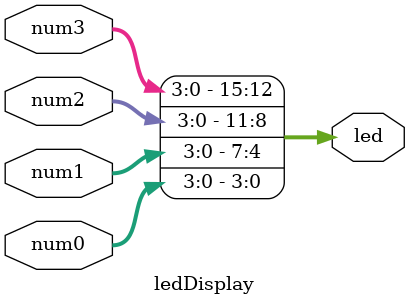
<source format=v>
`timescale 1ns / 1ps


module ledDisplay(
    output [15:0]led,
    input wire [3:0] num3, 
    input wire [3:0] num2, 
    input wire [3:0] num1, 
    input wire [3:0] num0
    );
   
assign led = {num3, num2, num1, num0};

endmodule




</source>
